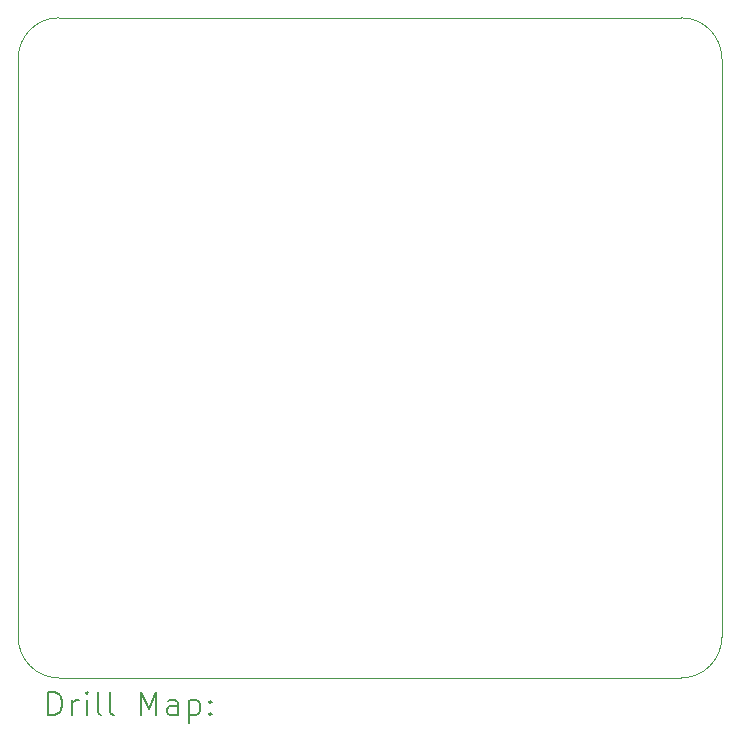
<source format=gbr>
%TF.GenerationSoftware,KiCad,Pcbnew,7.0.10*%
%TF.CreationDate,2024-07-16T21:42:18-04:00*%
%TF.ProjectId,button_transmitter,62757474-6f6e-45f7-9472-616e736d6974,1.0*%
%TF.SameCoordinates,PX42d7d10PY7f6ba10*%
%TF.FileFunction,Drillmap*%
%TF.FilePolarity,Positive*%
%FSLAX45Y45*%
G04 Gerber Fmt 4.5, Leading zero omitted, Abs format (unit mm)*
G04 Created by KiCad (PCBNEW 7.0.10) date 2024-07-16 21:42:18*
%MOMM*%
%LPD*%
G01*
G04 APERTURE LIST*
%ADD10C,0.100000*%
%ADD11C,0.200000*%
G04 APERTURE END LIST*
D10*
X5957000Y342000D02*
X5957000Y5241000D01*
X5957000Y5241000D02*
G75*
G03*
X5612000Y5586000I-345000J0D01*
G01*
X0Y5241000D02*
X-1Y342000D01*
X344998Y-2999D02*
X5612000Y-3000D01*
X5612000Y-3000D02*
G75*
G03*
X5957000Y342000I0J345000D01*
G01*
X345000Y5586000D02*
G75*
G03*
X0Y5241000I0J-345000D01*
G01*
X5612000Y5586000D02*
X345000Y5586000D01*
X1Y342000D02*
G75*
G03*
X344998Y-2999I345000J0D01*
G01*
D11*
X255775Y-319484D02*
X255775Y-119484D01*
X255775Y-119484D02*
X303394Y-119484D01*
X303394Y-119484D02*
X331966Y-129008D01*
X331966Y-129008D02*
X351013Y-148055D01*
X351013Y-148055D02*
X360537Y-167103D01*
X360537Y-167103D02*
X370061Y-205198D01*
X370061Y-205198D02*
X370061Y-233769D01*
X370061Y-233769D02*
X360537Y-271865D01*
X360537Y-271865D02*
X351013Y-290912D01*
X351013Y-290912D02*
X331966Y-309960D01*
X331966Y-309960D02*
X303394Y-319484D01*
X303394Y-319484D02*
X255775Y-319484D01*
X455775Y-319484D02*
X455775Y-186150D01*
X455775Y-224246D02*
X465299Y-205198D01*
X465299Y-205198D02*
X474823Y-195674D01*
X474823Y-195674D02*
X493871Y-186150D01*
X493871Y-186150D02*
X512918Y-186150D01*
X579585Y-319484D02*
X579585Y-186150D01*
X579585Y-119484D02*
X570061Y-129008D01*
X570061Y-129008D02*
X579585Y-138531D01*
X579585Y-138531D02*
X589109Y-129008D01*
X589109Y-129008D02*
X579585Y-119484D01*
X579585Y-119484D02*
X579585Y-138531D01*
X703394Y-319484D02*
X684347Y-309960D01*
X684347Y-309960D02*
X674823Y-290912D01*
X674823Y-290912D02*
X674823Y-119484D01*
X808156Y-319484D02*
X789109Y-309960D01*
X789109Y-309960D02*
X779585Y-290912D01*
X779585Y-290912D02*
X779585Y-119484D01*
X1036728Y-319484D02*
X1036728Y-119484D01*
X1036728Y-119484D02*
X1103395Y-262341D01*
X1103395Y-262341D02*
X1170061Y-119484D01*
X1170061Y-119484D02*
X1170061Y-319484D01*
X1351014Y-319484D02*
X1351014Y-214722D01*
X1351014Y-214722D02*
X1341490Y-195674D01*
X1341490Y-195674D02*
X1322442Y-186150D01*
X1322442Y-186150D02*
X1284347Y-186150D01*
X1284347Y-186150D02*
X1265299Y-195674D01*
X1351014Y-309960D02*
X1331966Y-319484D01*
X1331966Y-319484D02*
X1284347Y-319484D01*
X1284347Y-319484D02*
X1265299Y-309960D01*
X1265299Y-309960D02*
X1255775Y-290912D01*
X1255775Y-290912D02*
X1255775Y-271865D01*
X1255775Y-271865D02*
X1265299Y-252817D01*
X1265299Y-252817D02*
X1284347Y-243293D01*
X1284347Y-243293D02*
X1331966Y-243293D01*
X1331966Y-243293D02*
X1351014Y-233769D01*
X1446252Y-186150D02*
X1446252Y-386150D01*
X1446252Y-195674D02*
X1465299Y-186150D01*
X1465299Y-186150D02*
X1503394Y-186150D01*
X1503394Y-186150D02*
X1522442Y-195674D01*
X1522442Y-195674D02*
X1531966Y-205198D01*
X1531966Y-205198D02*
X1541490Y-224246D01*
X1541490Y-224246D02*
X1541490Y-281389D01*
X1541490Y-281389D02*
X1531966Y-300436D01*
X1531966Y-300436D02*
X1522442Y-309960D01*
X1522442Y-309960D02*
X1503394Y-319484D01*
X1503394Y-319484D02*
X1465299Y-319484D01*
X1465299Y-319484D02*
X1446252Y-309960D01*
X1627204Y-300436D02*
X1636728Y-309960D01*
X1636728Y-309960D02*
X1627204Y-319484D01*
X1627204Y-319484D02*
X1617680Y-309960D01*
X1617680Y-309960D02*
X1627204Y-300436D01*
X1627204Y-300436D02*
X1627204Y-319484D01*
X1627204Y-195674D02*
X1636728Y-205198D01*
X1636728Y-205198D02*
X1627204Y-214722D01*
X1627204Y-214722D02*
X1617680Y-205198D01*
X1617680Y-205198D02*
X1627204Y-195674D01*
X1627204Y-195674D02*
X1627204Y-214722D01*
M02*

</source>
